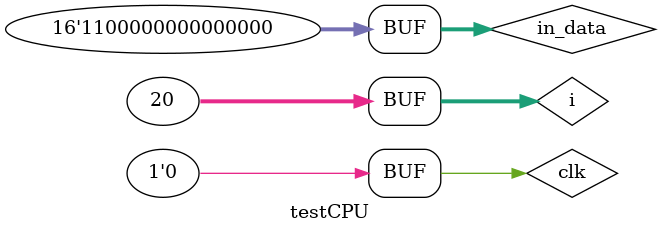
<source format=v>
`timescale 1ns / 1ps

module testCPU;

	// Inputs
	reg  clk;
	wire memory_ready;
	reg  [15:0] in_data;

	// Outputs
	wire error;
	wire memory_w;
	wire [15:0] addr;
	wire [15:0] out_data;

	// Instantiate the Unit Under Test (UUT)
	CPU uut (
		.clk(clk), 
		.memory_ready(memory_ready), 
		.in_data(in_data), 
		.error(error), 
		.memory_w(memory_w), 
		.addr(addr), 
		.out_data(out_data)
	);

    integer i;

    mem_test memory(clk, memory_w, addr, memory_ready);

	initial begin
		// Initialize Inputs
		clk = 1;
		in_data = 16'hC000;

		// Wait 100 ns for global reset to finish
		#100;
            
        clk = 0;
        #10;
        
		for (i = 0; i < 20; i = i + 1)
            begin
            
            clk = 1; #10;
            clk = 0; #10;
            
            end

	end
      
endmodule

</source>
